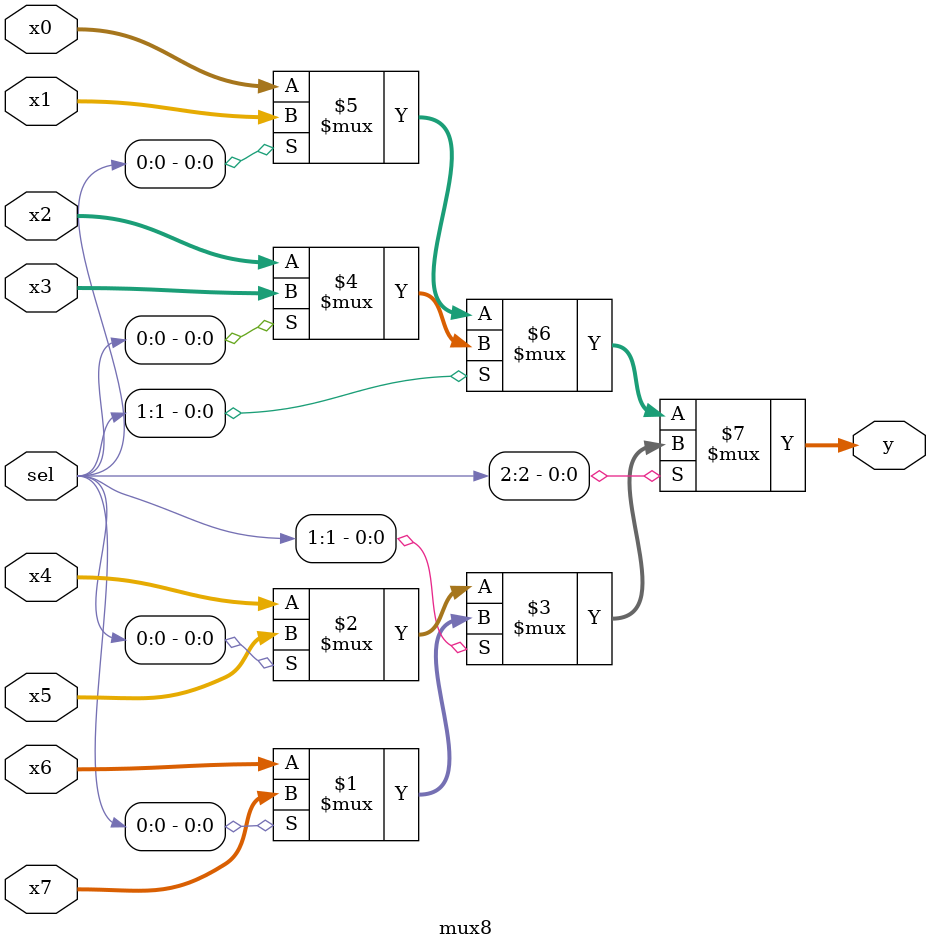
<source format=sv>
`timescale 1ns / 1ps
module mux8 #(parameter WIDTH=32) (
    input wire [WIDTH-1:0] x0, x1, x2, x3, x4, x5, x6, x7,
    input wire [2:0] sel,

    output wire [WIDTH-1:0] y
);
    assign y = sel[2] ? (sel[1] ? (sel[0] ? x7 : x6):
                                  (sel[0] ? x5 : x4)) :
                        (sel[1] ? (sel[0] ? x3 : x2) :
                                  (sel[0] ? x1 : x0))
                ;

endmodule
</source>
